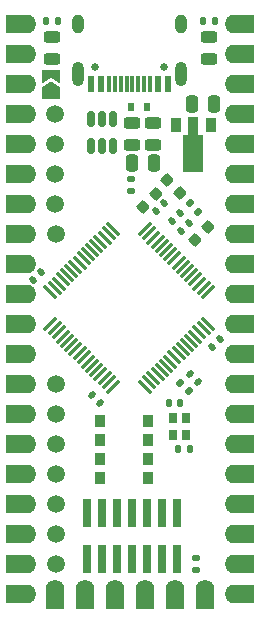
<source format=gts>
G04 #@! TF.GenerationSoftware,KiCad,Pcbnew,6.0.1-79c1e3a40b~116~ubuntu20.04.1*
G04 #@! TF.CreationDate,2022-07-08T20:10:07+02:00*
G04 #@! TF.ProjectId,microcontroller_mini,6d696372-6f63-46f6-9e74-726f6c6c6572,rev?*
G04 #@! TF.SameCoordinates,Original*
G04 #@! TF.FileFunction,Soldermask,Top*
G04 #@! TF.FilePolarity,Negative*
%FSLAX46Y46*%
G04 Gerber Fmt 4.6, Leading zero omitted, Abs format (unit mm)*
G04 Created by KiCad (PCBNEW 6.0.1-79c1e3a40b~116~ubuntu20.04.1) date 2022-07-08 20:10:07*
%MOMM*%
%LPD*%
G01*
G04 APERTURE LIST*
G04 Aperture macros list*
%AMRoundRect*
0 Rectangle with rounded corners*
0 $1 Rounding radius*
0 $2 $3 $4 $5 $6 $7 $8 $9 X,Y pos of 4 corners*
0 Add a 4 corners polygon primitive as box body*
4,1,4,$2,$3,$4,$5,$6,$7,$8,$9,$2,$3,0*
0 Add four circle primitives for the rounded corners*
1,1,$1+$1,$2,$3*
1,1,$1+$1,$4,$5*
1,1,$1+$1,$6,$7*
1,1,$1+$1,$8,$9*
0 Add four rect primitives between the rounded corners*
20,1,$1+$1,$2,$3,$4,$5,0*
20,1,$1+$1,$4,$5,$6,$7,0*
20,1,$1+$1,$6,$7,$8,$9,0*
20,1,$1+$1,$8,$9,$2,$3,0*%
%AMFreePoly0*
4,1,9,3.862500,-0.866500,0.737500,-0.866500,0.737500,-0.450000,-0.737500,-0.450000,-0.737500,0.450000,0.737500,0.450000,0.737500,0.866500,3.862500,0.866500,3.862500,-0.866500,3.862500,-0.866500,$1*%
%AMFreePoly1*
4,1,6,0.500000,-0.750000,-0.650000,-0.750000,-0.150000,0.000000,-0.650000,0.750000,0.500000,0.750000,0.500000,-0.750000,0.500000,-0.750000,$1*%
%AMFreePoly2*
4,1,6,1.000000,0.000000,0.500000,-0.750000,-0.500000,-0.750000,-0.500000,0.750000,0.500000,0.750000,1.000000,0.000000,1.000000,0.000000,$1*%
G04 Aperture macros list end*
%ADD10R,0.600000X0.700000*%
%ADD11RoundRect,0.135000X0.185000X-0.135000X0.185000X0.135000X-0.185000X0.135000X-0.185000X-0.135000X0*%
%ADD12R,0.800000X0.900000*%
%ADD13RoundRect,0.225000X0.335876X0.017678X0.017678X0.335876X-0.335876X-0.017678X-0.017678X-0.335876X0*%
%ADD14RoundRect,0.135000X-0.226274X-0.035355X-0.035355X-0.226274X0.226274X0.035355X0.035355X0.226274X0*%
%ADD15O,2.400000X1.600000*%
%ADD16R,1.000000X1.600000*%
%ADD17R,1.600000X1.000000*%
%ADD18O,1.600000X2.400000*%
%ADD19RoundRect,0.150000X0.150000X-0.512500X0.150000X0.512500X-0.150000X0.512500X-0.150000X-0.512500X0*%
%ADD20R,0.900000X1.300000*%
%ADD21FreePoly0,270.000000*%
%ADD22RoundRect,0.135000X0.226274X0.035355X0.035355X0.226274X-0.226274X-0.035355X-0.035355X-0.226274X0*%
%ADD23RoundRect,0.225000X0.017678X-0.335876X0.335876X-0.017678X-0.017678X0.335876X-0.335876X0.017678X0*%
%ADD24RoundRect,0.140000X-0.219203X-0.021213X-0.021213X-0.219203X0.219203X0.021213X0.021213X0.219203X0*%
%ADD25RoundRect,0.243750X0.456250X-0.243750X0.456250X0.243750X-0.456250X0.243750X-0.456250X-0.243750X0*%
%ADD26RoundRect,0.135000X0.135000X0.185000X-0.135000X0.185000X-0.135000X-0.185000X0.135000X-0.185000X0*%
%ADD27R,0.900000X1.000000*%
%ADD28C,1.500000*%
%ADD29RoundRect,0.250000X0.250000X0.475000X-0.250000X0.475000X-0.250000X-0.475000X0.250000X-0.475000X0*%
%ADD30R,0.740000X2.400000*%
%ADD31RoundRect,0.243750X-0.456250X0.243750X-0.456250X-0.243750X0.456250X-0.243750X0.456250X0.243750X0*%
%ADD32RoundRect,0.140000X0.021213X-0.219203X0.219203X-0.021213X-0.021213X0.219203X-0.219203X0.021213X0*%
%ADD33RoundRect,0.140000X-0.021213X0.219203X-0.219203X0.021213X0.021213X-0.219203X0.219203X-0.021213X0*%
%ADD34RoundRect,0.135000X-0.135000X-0.185000X0.135000X-0.185000X0.135000X0.185000X-0.135000X0.185000X0*%
%ADD35RoundRect,0.140000X0.140000X0.170000X-0.140000X0.170000X-0.140000X-0.170000X0.140000X-0.170000X0*%
%ADD36RoundRect,0.140000X0.219203X0.021213X0.021213X0.219203X-0.219203X-0.021213X-0.021213X-0.219203X0*%
%ADD37RoundRect,0.140000X-0.140000X-0.170000X0.140000X-0.170000X0.140000X0.170000X-0.140000X0.170000X0*%
%ADD38RoundRect,0.250000X-0.250000X-0.475000X0.250000X-0.475000X0.250000X0.475000X-0.250000X0.475000X0*%
%ADD39RoundRect,0.135000X-0.185000X0.135000X-0.185000X-0.135000X0.185000X-0.135000X0.185000X0.135000X0*%
%ADD40RoundRect,0.075000X0.548008X0.441942X0.441942X0.548008X-0.548008X-0.441942X-0.441942X-0.548008X0*%
%ADD41RoundRect,0.075000X0.548008X-0.441942X-0.441942X0.548008X-0.548008X0.441942X0.441942X-0.548008X0*%
%ADD42FreePoly1,90.000000*%
%ADD43FreePoly2,90.000000*%
%ADD44O,1.000000X1.600000*%
%ADD45O,1.000000X2.100000*%
%ADD46R,0.600000X1.450000*%
%ADD47R,0.300000X1.450000*%
%ADD48C,0.650000*%
G04 APERTURE END LIST*
D10*
X97100000Y-57800000D03*
X95700000Y-57800000D03*
D11*
X95700000Y-63880000D03*
X95700000Y-64900000D03*
D12*
X100380000Y-84140000D03*
X100380000Y-85540000D03*
X99280000Y-85540000D03*
X99280000Y-84140000D03*
D13*
X98751992Y-63951992D03*
X99848008Y-65048008D03*
D14*
X101421602Y-66670624D03*
X100700354Y-65949376D03*
D15*
X104860978Y-50810000D03*
D16*
X105660978Y-50810000D03*
D15*
X104860978Y-53350000D03*
D16*
X105660978Y-53350000D03*
X105660978Y-55890000D03*
D15*
X104860978Y-55890000D03*
D16*
X105660978Y-58430000D03*
D15*
X104860978Y-58430000D03*
D16*
X105660978Y-60970000D03*
D15*
X104860978Y-60970000D03*
X104860978Y-63510000D03*
D16*
X105660978Y-63510000D03*
X105660978Y-66050000D03*
D15*
X104860978Y-66050000D03*
X104860978Y-68590000D03*
D16*
X105660978Y-68590000D03*
X105660978Y-71130000D03*
D15*
X104860978Y-71130000D03*
X104860978Y-73670000D03*
D16*
X105660978Y-73670000D03*
D15*
X104860978Y-76210000D03*
D16*
X105660978Y-76210000D03*
D15*
X104860978Y-78750000D03*
D16*
X105660978Y-78750000D03*
D15*
X104860978Y-81290000D03*
D16*
X105660978Y-81290000D03*
X105660978Y-83830000D03*
D15*
X104860978Y-83830000D03*
D16*
X105660978Y-86370000D03*
D15*
X104860978Y-86370000D03*
X104860978Y-88910000D03*
D16*
X105660978Y-88910000D03*
X105660978Y-91450000D03*
D15*
X104860978Y-91450000D03*
X104860978Y-93990000D03*
D16*
X105660978Y-93990000D03*
D15*
X104860978Y-96530000D03*
D16*
X105660978Y-96530000D03*
X105660978Y-99070000D03*
D15*
X104860978Y-99070000D03*
D17*
X102010978Y-99810000D03*
D18*
X102010978Y-99010000D03*
X99470978Y-99010000D03*
D17*
X99470978Y-99810000D03*
X96930978Y-99810000D03*
D18*
X96930978Y-99010000D03*
D17*
X94390978Y-99810000D03*
D18*
X94390978Y-99010000D03*
D17*
X91850978Y-99810000D03*
D18*
X91850978Y-99010000D03*
D17*
X89310978Y-99810000D03*
D18*
X89310978Y-99010000D03*
D15*
X86460978Y-99070000D03*
D16*
X85660978Y-99070000D03*
D15*
X86460978Y-96530000D03*
D16*
X85660978Y-96530000D03*
X85660978Y-93990000D03*
D15*
X86460978Y-93990000D03*
X86460978Y-91450000D03*
D16*
X85660978Y-91450000D03*
D15*
X86460978Y-88910000D03*
D16*
X85660978Y-88910000D03*
D15*
X86460978Y-86370000D03*
D16*
X85660978Y-86370000D03*
D15*
X86460978Y-83830000D03*
D16*
X85660978Y-83830000D03*
D15*
X86460978Y-81290000D03*
D16*
X85660978Y-81290000D03*
X85660978Y-78750000D03*
D15*
X86460978Y-78750000D03*
X86460978Y-76210000D03*
D16*
X85660978Y-76210000D03*
X85660978Y-73670000D03*
D15*
X86460978Y-73670000D03*
D16*
X85660978Y-71130000D03*
D15*
X86460978Y-71130000D03*
D16*
X85660978Y-68590000D03*
D15*
X86460978Y-68590000D03*
D16*
X85660978Y-66050000D03*
D15*
X86460978Y-66050000D03*
D16*
X85660978Y-63510000D03*
D15*
X86460978Y-63510000D03*
D16*
X85660978Y-60970000D03*
D15*
X86460978Y-60970000D03*
D16*
X85660978Y-58430000D03*
D15*
X86460978Y-58430000D03*
X86460978Y-55890000D03*
D16*
X85660978Y-55890000D03*
D15*
X86460978Y-53350000D03*
D16*
X85660978Y-53350000D03*
X85660978Y-50810000D03*
D15*
X86460978Y-50810000D03*
D19*
X92300000Y-58800000D03*
X93250000Y-58800000D03*
X94200000Y-58800000D03*
X94200000Y-61075000D03*
X93250000Y-61075000D03*
X92300000Y-61075000D03*
D20*
X99500000Y-59300000D03*
D21*
X101000000Y-59387500D03*
D20*
X102500000Y-59300000D03*
D22*
X99900354Y-81149376D03*
X100621602Y-81870624D03*
D23*
X102208986Y-67961992D03*
X101112970Y-69058008D03*
D24*
X101400389Y-81049411D03*
X100721567Y-80370589D03*
D25*
X97600000Y-59125000D03*
X97600000Y-61000000D03*
D26*
X101790000Y-50510000D03*
X102810000Y-50510000D03*
D23*
X97848008Y-65151992D03*
X96751992Y-66248008D03*
D27*
X93100000Y-86000000D03*
X93100000Y-84400000D03*
X97200000Y-84400000D03*
X97200000Y-86000000D03*
D28*
X89400000Y-96530000D03*
X89400000Y-93990000D03*
X89400000Y-91450000D03*
X89400000Y-88910000D03*
X89400000Y-86370000D03*
X89400000Y-83830000D03*
X89400000Y-81290000D03*
D29*
X95800000Y-62562500D03*
X97700000Y-62562500D03*
D30*
X99610000Y-92150000D03*
X99610000Y-96050000D03*
X98340000Y-92150000D03*
X98340000Y-96050000D03*
X97070000Y-92150000D03*
X97070000Y-96050000D03*
X95800000Y-92150000D03*
X95800000Y-96050000D03*
X94530000Y-92150000D03*
X94530000Y-96050000D03*
X93260000Y-92150000D03*
X93260000Y-96050000D03*
X91990000Y-92150000D03*
X91990000Y-96050000D03*
D31*
X95800000Y-61000000D03*
X95800000Y-59125000D03*
D32*
X98539411Y-65960589D03*
X97860589Y-66639411D03*
D33*
X102560589Y-78139411D03*
X103239411Y-77460589D03*
D34*
X89560978Y-50510000D03*
X88540978Y-50510000D03*
D35*
X99730000Y-86740000D03*
X100690000Y-86740000D03*
D32*
X99860978Y-66810000D03*
X99182156Y-67488822D03*
D31*
X89000000Y-53747500D03*
X89000000Y-51872500D03*
D36*
X92421567Y-82170589D03*
X93100389Y-82849411D03*
D31*
X102300000Y-53737500D03*
X102300000Y-51862500D03*
D27*
X93100000Y-87600000D03*
X93100000Y-89200000D03*
X97200000Y-89200000D03*
X97200000Y-87600000D03*
D37*
X99910978Y-82890000D03*
X98950978Y-82890000D03*
D32*
X100660978Y-67610000D03*
X99982156Y-68288822D03*
D38*
X102750000Y-57500000D03*
X100850000Y-57500000D03*
D39*
X101260978Y-97020000D03*
X101260978Y-96000000D03*
D40*
X94199797Y-81474481D03*
X93846244Y-81120928D03*
X93492691Y-80767375D03*
X93139137Y-80413821D03*
X92785584Y-80060268D03*
X92432030Y-79706714D03*
X92078477Y-79353161D03*
X91724924Y-78999608D03*
X91371370Y-78646054D03*
X91017817Y-78292501D03*
X90664264Y-77938948D03*
X90310710Y-77585394D03*
X89957157Y-77231841D03*
X89603603Y-76878287D03*
X89250050Y-76524734D03*
X88896497Y-76171181D03*
D41*
X88896497Y-73448819D03*
X89250050Y-73095266D03*
X89603603Y-72741713D03*
X89957157Y-72388159D03*
X90310710Y-72034606D03*
X90664264Y-71681052D03*
X91017817Y-71327499D03*
X91371370Y-70973946D03*
X91724924Y-70620392D03*
X92078477Y-70266839D03*
X92432030Y-69913286D03*
X92785584Y-69559732D03*
X93139137Y-69206179D03*
X93492691Y-68852625D03*
X93846244Y-68499072D03*
X94199797Y-68145519D03*
D40*
X96922159Y-68145519D03*
X97275712Y-68499072D03*
X97629265Y-68852625D03*
X97982819Y-69206179D03*
X98336372Y-69559732D03*
X98689926Y-69913286D03*
X99043479Y-70266839D03*
X99397032Y-70620392D03*
X99750586Y-70973946D03*
X100104139Y-71327499D03*
X100457692Y-71681052D03*
X100811246Y-72034606D03*
X101164799Y-72388159D03*
X101518353Y-72741713D03*
X101871906Y-73095266D03*
X102225459Y-73448819D03*
D41*
X102225459Y-76171181D03*
X101871906Y-76524734D03*
X101518353Y-76878287D03*
X101164799Y-77231841D03*
X100811246Y-77585394D03*
X100457692Y-77938948D03*
X100104139Y-78292501D03*
X99750586Y-78646054D03*
X99397032Y-78999608D03*
X99043479Y-79353161D03*
X98689926Y-79706714D03*
X98336372Y-80060268D03*
X97982819Y-80413821D03*
X97629265Y-80767375D03*
X97275712Y-81120928D03*
X96922159Y-81474481D03*
D42*
X88966978Y-55165000D03*
D43*
X88966978Y-56615000D03*
D32*
X88100389Y-71770589D03*
X87421567Y-72449411D03*
D28*
X89300000Y-58430000D03*
X89300000Y-60970000D03*
X89300000Y-63510000D03*
X89300000Y-66050000D03*
X89400000Y-68590000D03*
D44*
X91280000Y-50790000D03*
D45*
X99920000Y-54970000D03*
D44*
X99920000Y-50790000D03*
D45*
X91280000Y-54970000D03*
D46*
X98850000Y-55885000D03*
X98050000Y-55885000D03*
D47*
X97350000Y-55885000D03*
X96350000Y-55885000D03*
X94850000Y-55885000D03*
X93850000Y-55885000D03*
D46*
X93150000Y-55885000D03*
X92350000Y-55885000D03*
X92350000Y-55885000D03*
X93150000Y-55885000D03*
D47*
X94350000Y-55885000D03*
X95350000Y-55885000D03*
X95850000Y-55885000D03*
X96850000Y-55885000D03*
D46*
X98050000Y-55885000D03*
X98850000Y-55885000D03*
D48*
X98490000Y-54440000D03*
X92710000Y-54440000D03*
M02*

</source>
